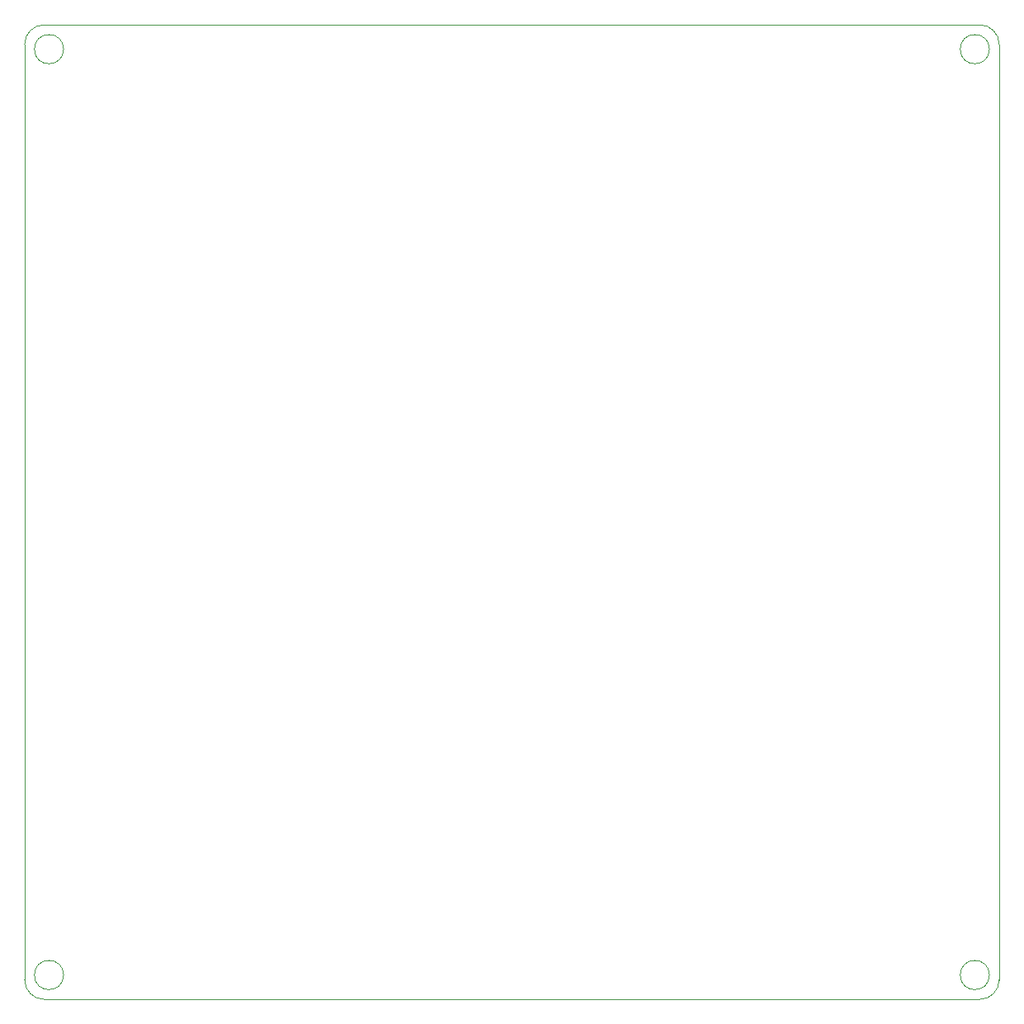
<source format=gbr>
G04 #@! TF.GenerationSoftware,KiCad,Pcbnew,(5.1.2)-2*
G04 #@! TF.CreationDate,2020-03-26T23:32:35+08:00*
G04 #@! TF.ProjectId,ALU1,414c5531-2e6b-4696-9361-645f70636258,rev?*
G04 #@! TF.SameCoordinates,Original*
G04 #@! TF.FileFunction,Profile,NP*
%FSLAX46Y46*%
G04 Gerber Fmt 4.6, Leading zero omitted, Abs format (unit mm)*
G04 Created by KiCad (PCBNEW (5.1.2)-2) date 2020-03-26 23:32:35*
%MOMM*%
%LPD*%
G04 APERTURE LIST*
%ADD10C,0.050000*%
G04 APERTURE END LIST*
D10*
X170374000Y-174970000D02*
G75*
G03X170374000Y-174970000I-1500000J0D01*
G01*
X75374000Y-174970000D02*
G75*
G03X75374000Y-174970000I-1500000J0D01*
G01*
X75374000Y-79970000D02*
G75*
G03X75374000Y-79970000I-1500000J0D01*
G01*
X170374000Y-79970000D02*
G75*
G03X170374000Y-79970000I-1500000J0D01*
G01*
X171374000Y-175470000D02*
X171374000Y-79470000D01*
X71374000Y-79470000D02*
X71374000Y-175470000D01*
X169374000Y-77470000D02*
X73374000Y-77470000D01*
X73374000Y-177470000D02*
X169374000Y-177470000D01*
X73374000Y-177470000D02*
G75*
G02X71374000Y-175470000I0J2000000D01*
G01*
X171374000Y-175470000D02*
G75*
G02X169374000Y-177470000I-2000000J0D01*
G01*
X169374000Y-77470000D02*
G75*
G02X171374000Y-79470000I0J-2000000D01*
G01*
X71374000Y-79470000D02*
G75*
G02X73374000Y-77470000I2000000J0D01*
G01*
M02*

</source>
